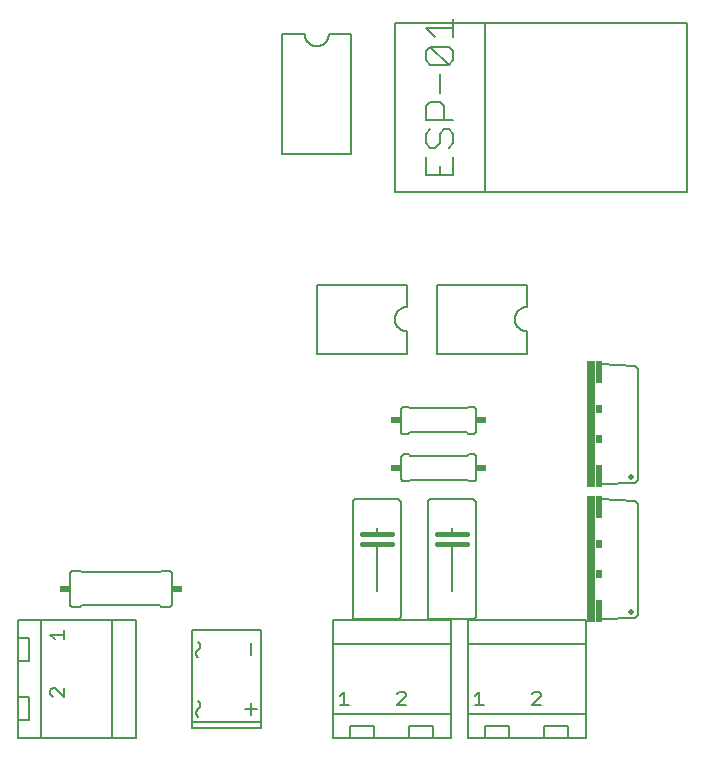
<source format=gto>
G75*
%MOIN*%
%OFA0B0*%
%FSLAX25Y25*%
%IPPOS*%
%LPD*%
%AMOC8*
5,1,8,0,0,1.08239X$1,22.5*
%
%ADD10C,0.00600*%
%ADD11C,0.01600*%
%ADD12R,0.03400X0.02400*%
%ADD13C,0.00500*%
%ADD14C,0.00800*%
%ADD15C,0.02000*%
%ADD16R,0.03000X0.42000*%
%ADD17R,0.02000X0.07500*%
%ADD18R,0.02000X0.03000*%
D10*
X0002115Y0005823D02*
X0002115Y0045193D01*
X0009989Y0045193D01*
X0033611Y0045193D01*
X0041485Y0045193D01*
X0041485Y0005823D01*
X0033611Y0005823D01*
X0009989Y0005823D01*
X0002115Y0005823D01*
X0020485Y0049586D02*
X0022985Y0049586D01*
X0023485Y0050086D01*
X0049485Y0050086D01*
X0049985Y0049586D01*
X0052485Y0049586D01*
X0052545Y0049588D01*
X0052606Y0049593D01*
X0052665Y0049602D01*
X0052724Y0049615D01*
X0052783Y0049631D01*
X0052840Y0049651D01*
X0052895Y0049674D01*
X0052950Y0049701D01*
X0053002Y0049730D01*
X0053053Y0049763D01*
X0053102Y0049799D01*
X0053148Y0049837D01*
X0053192Y0049879D01*
X0053234Y0049923D01*
X0053272Y0049969D01*
X0053308Y0050018D01*
X0053341Y0050069D01*
X0053370Y0050121D01*
X0053397Y0050176D01*
X0053420Y0050231D01*
X0053440Y0050288D01*
X0053456Y0050347D01*
X0053469Y0050406D01*
X0053478Y0050465D01*
X0053483Y0050526D01*
X0053485Y0050586D01*
X0053485Y0060586D01*
X0053483Y0060646D01*
X0053478Y0060707D01*
X0053469Y0060766D01*
X0053456Y0060825D01*
X0053440Y0060884D01*
X0053420Y0060941D01*
X0053397Y0060996D01*
X0053370Y0061051D01*
X0053341Y0061103D01*
X0053308Y0061154D01*
X0053272Y0061203D01*
X0053234Y0061249D01*
X0053192Y0061293D01*
X0053148Y0061335D01*
X0053102Y0061373D01*
X0053053Y0061409D01*
X0053002Y0061442D01*
X0052950Y0061471D01*
X0052895Y0061498D01*
X0052840Y0061521D01*
X0052783Y0061541D01*
X0052724Y0061557D01*
X0052665Y0061570D01*
X0052606Y0061579D01*
X0052545Y0061584D01*
X0052485Y0061586D01*
X0049985Y0061586D01*
X0049485Y0061086D01*
X0023485Y0061086D01*
X0022985Y0061586D01*
X0020485Y0061586D01*
X0020425Y0061584D01*
X0020364Y0061579D01*
X0020305Y0061570D01*
X0020246Y0061557D01*
X0020187Y0061541D01*
X0020130Y0061521D01*
X0020075Y0061498D01*
X0020020Y0061471D01*
X0019968Y0061442D01*
X0019917Y0061409D01*
X0019868Y0061373D01*
X0019822Y0061335D01*
X0019778Y0061293D01*
X0019736Y0061249D01*
X0019698Y0061203D01*
X0019662Y0061154D01*
X0019629Y0061103D01*
X0019600Y0061051D01*
X0019573Y0060996D01*
X0019550Y0060941D01*
X0019530Y0060884D01*
X0019514Y0060825D01*
X0019501Y0060766D01*
X0019492Y0060707D01*
X0019487Y0060646D01*
X0019485Y0060586D01*
X0019485Y0050586D01*
X0019487Y0050526D01*
X0019492Y0050465D01*
X0019501Y0050406D01*
X0019514Y0050347D01*
X0019530Y0050288D01*
X0019550Y0050231D01*
X0019573Y0050176D01*
X0019600Y0050121D01*
X0019629Y0050069D01*
X0019662Y0050018D01*
X0019698Y0049969D01*
X0019736Y0049923D01*
X0019778Y0049879D01*
X0019822Y0049837D01*
X0019868Y0049799D01*
X0019917Y0049763D01*
X0019968Y0049730D01*
X0020020Y0049701D01*
X0020075Y0049674D01*
X0020130Y0049651D01*
X0020187Y0049631D01*
X0020246Y0049615D01*
X0020305Y0049602D01*
X0020364Y0049593D01*
X0020425Y0049588D01*
X0020485Y0049586D01*
X0060300Y0041941D02*
X0060300Y0011090D01*
X0083300Y0011090D01*
X0083300Y0041941D01*
X0060300Y0041941D01*
X0062300Y0037893D02*
X0062362Y0037844D01*
X0062422Y0037792D01*
X0062479Y0037737D01*
X0062534Y0037679D01*
X0062585Y0037619D01*
X0062634Y0037556D01*
X0062679Y0037491D01*
X0062721Y0037424D01*
X0062760Y0037355D01*
X0062796Y0037284D01*
X0062828Y0037212D01*
X0062856Y0037137D01*
X0062881Y0037062D01*
X0062902Y0036986D01*
X0062919Y0036908D01*
X0062933Y0036830D01*
X0062942Y0036751D01*
X0062948Y0036672D01*
X0062950Y0036593D01*
X0062948Y0036514D01*
X0062942Y0036435D01*
X0062933Y0036356D01*
X0062919Y0036278D01*
X0062902Y0036200D01*
X0062881Y0036124D01*
X0062856Y0036049D01*
X0062828Y0035974D01*
X0062796Y0035902D01*
X0062760Y0035831D01*
X0062721Y0035762D01*
X0062679Y0035695D01*
X0062634Y0035630D01*
X0062585Y0035567D01*
X0062534Y0035507D01*
X0062479Y0035449D01*
X0062422Y0035394D01*
X0062362Y0035342D01*
X0062300Y0035293D01*
X0062235Y0035253D01*
X0062172Y0035209D01*
X0062112Y0035162D01*
X0062053Y0035113D01*
X0061998Y0035060D01*
X0061945Y0035005D01*
X0061895Y0034947D01*
X0061848Y0034887D01*
X0061804Y0034824D01*
X0061764Y0034759D01*
X0061726Y0034692D01*
X0061692Y0034623D01*
X0061662Y0034553D01*
X0061635Y0034481D01*
X0061612Y0034408D01*
X0061593Y0034334D01*
X0061578Y0034259D01*
X0061566Y0034184D01*
X0061558Y0034108D01*
X0061554Y0034031D01*
X0061554Y0033955D01*
X0061558Y0033878D01*
X0061566Y0033802D01*
X0061578Y0033727D01*
X0061593Y0033652D01*
X0061612Y0033578D01*
X0061635Y0033505D01*
X0061662Y0033433D01*
X0061692Y0033363D01*
X0061726Y0033294D01*
X0061764Y0033227D01*
X0061804Y0033162D01*
X0061848Y0033099D01*
X0061895Y0033039D01*
X0061945Y0032981D01*
X0061998Y0032926D01*
X0062053Y0032873D01*
X0062112Y0032824D01*
X0062172Y0032777D01*
X0062235Y0032733D01*
X0062300Y0032693D01*
X0062300Y0018208D02*
X0062362Y0018159D01*
X0062422Y0018107D01*
X0062479Y0018052D01*
X0062534Y0017994D01*
X0062585Y0017934D01*
X0062634Y0017871D01*
X0062679Y0017806D01*
X0062721Y0017739D01*
X0062760Y0017670D01*
X0062796Y0017599D01*
X0062828Y0017527D01*
X0062856Y0017452D01*
X0062881Y0017377D01*
X0062902Y0017301D01*
X0062919Y0017223D01*
X0062933Y0017145D01*
X0062942Y0017066D01*
X0062948Y0016987D01*
X0062950Y0016908D01*
X0062948Y0016829D01*
X0062942Y0016750D01*
X0062933Y0016671D01*
X0062919Y0016593D01*
X0062902Y0016515D01*
X0062881Y0016439D01*
X0062856Y0016364D01*
X0062828Y0016289D01*
X0062796Y0016217D01*
X0062760Y0016146D01*
X0062721Y0016077D01*
X0062679Y0016010D01*
X0062634Y0015945D01*
X0062585Y0015882D01*
X0062534Y0015822D01*
X0062479Y0015764D01*
X0062422Y0015709D01*
X0062362Y0015657D01*
X0062300Y0015608D01*
X0062235Y0015568D01*
X0062172Y0015524D01*
X0062112Y0015477D01*
X0062053Y0015428D01*
X0061998Y0015375D01*
X0061945Y0015320D01*
X0061895Y0015262D01*
X0061848Y0015202D01*
X0061804Y0015139D01*
X0061764Y0015074D01*
X0061726Y0015007D01*
X0061692Y0014938D01*
X0061662Y0014868D01*
X0061635Y0014796D01*
X0061612Y0014723D01*
X0061593Y0014649D01*
X0061578Y0014574D01*
X0061566Y0014499D01*
X0061558Y0014423D01*
X0061554Y0014346D01*
X0061554Y0014270D01*
X0061558Y0014193D01*
X0061566Y0014117D01*
X0061578Y0014042D01*
X0061593Y0013967D01*
X0061612Y0013893D01*
X0061635Y0013820D01*
X0061662Y0013748D01*
X0061692Y0013678D01*
X0061726Y0013609D01*
X0061764Y0013542D01*
X0061804Y0013477D01*
X0061848Y0013414D01*
X0061895Y0013354D01*
X0061945Y0013296D01*
X0061998Y0013241D01*
X0062053Y0013188D01*
X0062112Y0013139D01*
X0062172Y0013092D01*
X0062235Y0013048D01*
X0062300Y0013008D01*
X0060300Y0011090D02*
X0060300Y0009075D01*
X0083300Y0009075D01*
X0083300Y0011090D01*
X0079800Y0013508D02*
X0079800Y0017508D01*
X0077800Y0015508D02*
X0081800Y0015508D01*
X0079800Y0033508D02*
X0079800Y0037508D01*
X0107115Y0037319D02*
X0107115Y0013697D01*
X0107115Y0005823D01*
X0146485Y0005823D01*
X0146485Y0013697D01*
X0146485Y0037319D01*
X0146485Y0045193D01*
X0107115Y0045193D01*
X0107115Y0037319D01*
X0114800Y0045508D02*
X0128800Y0045508D01*
X0128860Y0045510D01*
X0128921Y0045515D01*
X0128980Y0045524D01*
X0129039Y0045537D01*
X0129098Y0045553D01*
X0129155Y0045573D01*
X0129210Y0045596D01*
X0129265Y0045623D01*
X0129317Y0045652D01*
X0129368Y0045685D01*
X0129417Y0045721D01*
X0129463Y0045759D01*
X0129507Y0045801D01*
X0129549Y0045845D01*
X0129587Y0045891D01*
X0129623Y0045940D01*
X0129656Y0045991D01*
X0129685Y0046043D01*
X0129712Y0046098D01*
X0129735Y0046153D01*
X0129755Y0046210D01*
X0129771Y0046269D01*
X0129784Y0046328D01*
X0129793Y0046387D01*
X0129798Y0046448D01*
X0129800Y0046508D01*
X0129800Y0084508D01*
X0129798Y0084568D01*
X0129793Y0084629D01*
X0129784Y0084688D01*
X0129771Y0084747D01*
X0129755Y0084806D01*
X0129735Y0084863D01*
X0129712Y0084918D01*
X0129685Y0084973D01*
X0129656Y0085025D01*
X0129623Y0085076D01*
X0129587Y0085125D01*
X0129549Y0085171D01*
X0129507Y0085215D01*
X0129463Y0085257D01*
X0129417Y0085295D01*
X0129368Y0085331D01*
X0129317Y0085364D01*
X0129265Y0085393D01*
X0129210Y0085420D01*
X0129155Y0085443D01*
X0129098Y0085463D01*
X0129039Y0085479D01*
X0128980Y0085492D01*
X0128921Y0085501D01*
X0128860Y0085506D01*
X0128800Y0085508D01*
X0114800Y0085508D01*
X0114740Y0085506D01*
X0114679Y0085501D01*
X0114620Y0085492D01*
X0114561Y0085479D01*
X0114502Y0085463D01*
X0114445Y0085443D01*
X0114390Y0085420D01*
X0114335Y0085393D01*
X0114283Y0085364D01*
X0114232Y0085331D01*
X0114183Y0085295D01*
X0114137Y0085257D01*
X0114093Y0085215D01*
X0114051Y0085171D01*
X0114013Y0085125D01*
X0113977Y0085076D01*
X0113944Y0085025D01*
X0113915Y0084973D01*
X0113888Y0084918D01*
X0113865Y0084863D01*
X0113845Y0084806D01*
X0113829Y0084747D01*
X0113816Y0084688D01*
X0113807Y0084629D01*
X0113802Y0084568D01*
X0113800Y0084508D01*
X0113800Y0046508D01*
X0113802Y0046448D01*
X0113807Y0046387D01*
X0113816Y0046328D01*
X0113829Y0046269D01*
X0113845Y0046210D01*
X0113865Y0046153D01*
X0113888Y0046098D01*
X0113915Y0046043D01*
X0113944Y0045991D01*
X0113977Y0045940D01*
X0114013Y0045891D01*
X0114051Y0045845D01*
X0114093Y0045801D01*
X0114137Y0045759D01*
X0114183Y0045721D01*
X0114232Y0045685D01*
X0114283Y0045652D01*
X0114335Y0045623D01*
X0114390Y0045596D01*
X0114445Y0045573D01*
X0114502Y0045553D01*
X0114561Y0045537D01*
X0114620Y0045524D01*
X0114679Y0045515D01*
X0114740Y0045510D01*
X0114800Y0045508D01*
X0121800Y0055008D02*
X0121800Y0070508D01*
X0121800Y0074008D02*
X0121800Y0076008D01*
X0130930Y0091480D02*
X0132430Y0091480D01*
X0132930Y0091980D01*
X0151930Y0091980D01*
X0152430Y0091480D01*
X0153930Y0091480D01*
X0153990Y0091482D01*
X0154051Y0091487D01*
X0154110Y0091496D01*
X0154169Y0091509D01*
X0154228Y0091525D01*
X0154285Y0091545D01*
X0154340Y0091568D01*
X0154395Y0091595D01*
X0154447Y0091624D01*
X0154498Y0091657D01*
X0154547Y0091693D01*
X0154593Y0091731D01*
X0154637Y0091773D01*
X0154679Y0091817D01*
X0154717Y0091863D01*
X0154753Y0091912D01*
X0154786Y0091963D01*
X0154815Y0092015D01*
X0154842Y0092070D01*
X0154865Y0092125D01*
X0154885Y0092182D01*
X0154901Y0092241D01*
X0154914Y0092300D01*
X0154923Y0092359D01*
X0154928Y0092420D01*
X0154930Y0092480D01*
X0154930Y0099480D01*
X0154928Y0099540D01*
X0154923Y0099601D01*
X0154914Y0099660D01*
X0154901Y0099719D01*
X0154885Y0099778D01*
X0154865Y0099835D01*
X0154842Y0099890D01*
X0154815Y0099945D01*
X0154786Y0099997D01*
X0154753Y0100048D01*
X0154717Y0100097D01*
X0154679Y0100143D01*
X0154637Y0100187D01*
X0154593Y0100229D01*
X0154547Y0100267D01*
X0154498Y0100303D01*
X0154447Y0100336D01*
X0154395Y0100365D01*
X0154340Y0100392D01*
X0154285Y0100415D01*
X0154228Y0100435D01*
X0154169Y0100451D01*
X0154110Y0100464D01*
X0154051Y0100473D01*
X0153990Y0100478D01*
X0153930Y0100480D01*
X0152430Y0100480D01*
X0151930Y0099980D01*
X0132930Y0099980D01*
X0132430Y0100480D01*
X0130930Y0100480D01*
X0130870Y0100478D01*
X0130809Y0100473D01*
X0130750Y0100464D01*
X0130691Y0100451D01*
X0130632Y0100435D01*
X0130575Y0100415D01*
X0130520Y0100392D01*
X0130465Y0100365D01*
X0130413Y0100336D01*
X0130362Y0100303D01*
X0130313Y0100267D01*
X0130267Y0100229D01*
X0130223Y0100187D01*
X0130181Y0100143D01*
X0130143Y0100097D01*
X0130107Y0100048D01*
X0130074Y0099997D01*
X0130045Y0099945D01*
X0130018Y0099890D01*
X0129995Y0099835D01*
X0129975Y0099778D01*
X0129959Y0099719D01*
X0129946Y0099660D01*
X0129937Y0099601D01*
X0129932Y0099540D01*
X0129930Y0099480D01*
X0129930Y0092480D01*
X0129932Y0092420D01*
X0129937Y0092359D01*
X0129946Y0092300D01*
X0129959Y0092241D01*
X0129975Y0092182D01*
X0129995Y0092125D01*
X0130018Y0092070D01*
X0130045Y0092015D01*
X0130074Y0091963D01*
X0130107Y0091912D01*
X0130143Y0091863D01*
X0130181Y0091817D01*
X0130223Y0091773D01*
X0130267Y0091731D01*
X0130313Y0091693D01*
X0130362Y0091657D01*
X0130413Y0091624D01*
X0130465Y0091595D01*
X0130520Y0091568D01*
X0130575Y0091545D01*
X0130632Y0091525D01*
X0130691Y0091509D01*
X0130750Y0091496D01*
X0130809Y0091487D01*
X0130870Y0091482D01*
X0130930Y0091480D01*
X0138800Y0084508D02*
X0138800Y0046508D01*
X0138802Y0046448D01*
X0138807Y0046387D01*
X0138816Y0046328D01*
X0138829Y0046269D01*
X0138845Y0046210D01*
X0138865Y0046153D01*
X0138888Y0046098D01*
X0138915Y0046043D01*
X0138944Y0045991D01*
X0138977Y0045940D01*
X0139013Y0045891D01*
X0139051Y0045845D01*
X0139093Y0045801D01*
X0139137Y0045759D01*
X0139183Y0045721D01*
X0139232Y0045685D01*
X0139283Y0045652D01*
X0139335Y0045623D01*
X0139390Y0045596D01*
X0139445Y0045573D01*
X0139502Y0045553D01*
X0139561Y0045537D01*
X0139620Y0045524D01*
X0139679Y0045515D01*
X0139740Y0045510D01*
X0139800Y0045508D01*
X0153800Y0045508D01*
X0153860Y0045510D01*
X0153921Y0045515D01*
X0153980Y0045524D01*
X0154039Y0045537D01*
X0154098Y0045553D01*
X0154155Y0045573D01*
X0154210Y0045596D01*
X0154265Y0045623D01*
X0154317Y0045652D01*
X0154368Y0045685D01*
X0154417Y0045721D01*
X0154463Y0045759D01*
X0154507Y0045801D01*
X0154549Y0045845D01*
X0154587Y0045891D01*
X0154623Y0045940D01*
X0154656Y0045991D01*
X0154685Y0046043D01*
X0154712Y0046098D01*
X0154735Y0046153D01*
X0154755Y0046210D01*
X0154771Y0046269D01*
X0154784Y0046328D01*
X0154793Y0046387D01*
X0154798Y0046448D01*
X0154800Y0046508D01*
X0154800Y0084508D01*
X0154798Y0084568D01*
X0154793Y0084629D01*
X0154784Y0084688D01*
X0154771Y0084747D01*
X0154755Y0084806D01*
X0154735Y0084863D01*
X0154712Y0084918D01*
X0154685Y0084973D01*
X0154656Y0085025D01*
X0154623Y0085076D01*
X0154587Y0085125D01*
X0154549Y0085171D01*
X0154507Y0085215D01*
X0154463Y0085257D01*
X0154417Y0085295D01*
X0154368Y0085331D01*
X0154317Y0085364D01*
X0154265Y0085393D01*
X0154210Y0085420D01*
X0154155Y0085443D01*
X0154098Y0085463D01*
X0154039Y0085479D01*
X0153980Y0085492D01*
X0153921Y0085501D01*
X0153860Y0085506D01*
X0153800Y0085508D01*
X0139800Y0085508D01*
X0139740Y0085506D01*
X0139679Y0085501D01*
X0139620Y0085492D01*
X0139561Y0085479D01*
X0139502Y0085463D01*
X0139445Y0085443D01*
X0139390Y0085420D01*
X0139335Y0085393D01*
X0139283Y0085364D01*
X0139232Y0085331D01*
X0139183Y0085295D01*
X0139137Y0085257D01*
X0139093Y0085215D01*
X0139051Y0085171D01*
X0139013Y0085125D01*
X0138977Y0085076D01*
X0138944Y0085025D01*
X0138915Y0084973D01*
X0138888Y0084918D01*
X0138865Y0084863D01*
X0138845Y0084806D01*
X0138829Y0084747D01*
X0138816Y0084688D01*
X0138807Y0084629D01*
X0138802Y0084568D01*
X0138800Y0084508D01*
X0146800Y0076008D02*
X0146800Y0074008D01*
X0146800Y0070508D02*
X0146800Y0055008D01*
X0152115Y0045193D02*
X0152115Y0037319D01*
X0152115Y0013697D01*
X0152115Y0005823D01*
X0191485Y0005823D01*
X0191485Y0013697D01*
X0191485Y0037319D01*
X0191485Y0045193D01*
X0152115Y0045193D01*
X0196300Y0045508D02*
X0207800Y0046008D01*
X0208800Y0047008D01*
X0208800Y0084008D01*
X0207800Y0085008D01*
X0196300Y0085508D01*
X0196300Y0090508D02*
X0207800Y0091008D01*
X0208800Y0092008D01*
X0208800Y0129008D01*
X0207800Y0130008D01*
X0196300Y0130508D01*
X0171800Y0134008D02*
X0171800Y0141508D01*
X0171674Y0141510D01*
X0171549Y0141516D01*
X0171424Y0141526D01*
X0171299Y0141540D01*
X0171174Y0141557D01*
X0171050Y0141579D01*
X0170927Y0141604D01*
X0170805Y0141634D01*
X0170684Y0141667D01*
X0170564Y0141704D01*
X0170445Y0141744D01*
X0170328Y0141789D01*
X0170211Y0141837D01*
X0170097Y0141889D01*
X0169984Y0141944D01*
X0169873Y0142003D01*
X0169764Y0142065D01*
X0169657Y0142131D01*
X0169552Y0142200D01*
X0169449Y0142272D01*
X0169348Y0142347D01*
X0169250Y0142426D01*
X0169155Y0142508D01*
X0169062Y0142592D01*
X0168972Y0142680D01*
X0168884Y0142770D01*
X0168800Y0142863D01*
X0168718Y0142958D01*
X0168639Y0143056D01*
X0168564Y0143157D01*
X0168492Y0143260D01*
X0168423Y0143365D01*
X0168357Y0143472D01*
X0168295Y0143581D01*
X0168236Y0143692D01*
X0168181Y0143805D01*
X0168129Y0143919D01*
X0168081Y0144036D01*
X0168036Y0144153D01*
X0167996Y0144272D01*
X0167959Y0144392D01*
X0167926Y0144513D01*
X0167896Y0144635D01*
X0167871Y0144758D01*
X0167849Y0144882D01*
X0167832Y0145007D01*
X0167818Y0145132D01*
X0167808Y0145257D01*
X0167802Y0145382D01*
X0167800Y0145508D01*
X0167802Y0145634D01*
X0167808Y0145759D01*
X0167818Y0145884D01*
X0167832Y0146009D01*
X0167849Y0146134D01*
X0167871Y0146258D01*
X0167896Y0146381D01*
X0167926Y0146503D01*
X0167959Y0146624D01*
X0167996Y0146744D01*
X0168036Y0146863D01*
X0168081Y0146980D01*
X0168129Y0147097D01*
X0168181Y0147211D01*
X0168236Y0147324D01*
X0168295Y0147435D01*
X0168357Y0147544D01*
X0168423Y0147651D01*
X0168492Y0147756D01*
X0168564Y0147859D01*
X0168639Y0147960D01*
X0168718Y0148058D01*
X0168800Y0148153D01*
X0168884Y0148246D01*
X0168972Y0148336D01*
X0169062Y0148424D01*
X0169155Y0148508D01*
X0169250Y0148590D01*
X0169348Y0148669D01*
X0169449Y0148744D01*
X0169552Y0148816D01*
X0169657Y0148885D01*
X0169764Y0148951D01*
X0169873Y0149013D01*
X0169984Y0149072D01*
X0170097Y0149127D01*
X0170211Y0149179D01*
X0170328Y0149227D01*
X0170445Y0149272D01*
X0170564Y0149312D01*
X0170684Y0149349D01*
X0170805Y0149382D01*
X0170927Y0149412D01*
X0171050Y0149437D01*
X0171174Y0149459D01*
X0171299Y0149476D01*
X0171424Y0149490D01*
X0171549Y0149500D01*
X0171674Y0149506D01*
X0171800Y0149508D01*
X0171800Y0157008D01*
X0141800Y0157008D01*
X0141800Y0134008D01*
X0171800Y0134008D01*
X0153851Y0116189D02*
X0152351Y0116189D01*
X0151851Y0115689D01*
X0132851Y0115689D01*
X0132351Y0116189D01*
X0130851Y0116189D01*
X0130791Y0116187D01*
X0130730Y0116182D01*
X0130671Y0116173D01*
X0130612Y0116160D01*
X0130553Y0116144D01*
X0130496Y0116124D01*
X0130441Y0116101D01*
X0130386Y0116074D01*
X0130334Y0116045D01*
X0130283Y0116012D01*
X0130234Y0115976D01*
X0130188Y0115938D01*
X0130144Y0115896D01*
X0130102Y0115852D01*
X0130064Y0115806D01*
X0130028Y0115757D01*
X0129995Y0115706D01*
X0129966Y0115654D01*
X0129939Y0115599D01*
X0129916Y0115544D01*
X0129896Y0115487D01*
X0129880Y0115428D01*
X0129867Y0115369D01*
X0129858Y0115310D01*
X0129853Y0115249D01*
X0129851Y0115189D01*
X0129851Y0108189D01*
X0129853Y0108129D01*
X0129858Y0108068D01*
X0129867Y0108009D01*
X0129880Y0107950D01*
X0129896Y0107891D01*
X0129916Y0107834D01*
X0129939Y0107779D01*
X0129966Y0107724D01*
X0129995Y0107672D01*
X0130028Y0107621D01*
X0130064Y0107572D01*
X0130102Y0107526D01*
X0130144Y0107482D01*
X0130188Y0107440D01*
X0130234Y0107402D01*
X0130283Y0107366D01*
X0130334Y0107333D01*
X0130386Y0107304D01*
X0130441Y0107277D01*
X0130496Y0107254D01*
X0130553Y0107234D01*
X0130612Y0107218D01*
X0130671Y0107205D01*
X0130730Y0107196D01*
X0130791Y0107191D01*
X0130851Y0107189D01*
X0132351Y0107189D01*
X0132851Y0107689D01*
X0151851Y0107689D01*
X0152351Y0107189D01*
X0153851Y0107189D01*
X0153911Y0107191D01*
X0153972Y0107196D01*
X0154031Y0107205D01*
X0154090Y0107218D01*
X0154149Y0107234D01*
X0154206Y0107254D01*
X0154261Y0107277D01*
X0154316Y0107304D01*
X0154368Y0107333D01*
X0154419Y0107366D01*
X0154468Y0107402D01*
X0154514Y0107440D01*
X0154558Y0107482D01*
X0154600Y0107526D01*
X0154638Y0107572D01*
X0154674Y0107621D01*
X0154707Y0107672D01*
X0154736Y0107724D01*
X0154763Y0107779D01*
X0154786Y0107834D01*
X0154806Y0107891D01*
X0154822Y0107950D01*
X0154835Y0108009D01*
X0154844Y0108068D01*
X0154849Y0108129D01*
X0154851Y0108189D01*
X0154851Y0115189D01*
X0154849Y0115249D01*
X0154844Y0115310D01*
X0154835Y0115369D01*
X0154822Y0115428D01*
X0154806Y0115487D01*
X0154786Y0115544D01*
X0154763Y0115599D01*
X0154736Y0115654D01*
X0154707Y0115706D01*
X0154674Y0115757D01*
X0154638Y0115806D01*
X0154600Y0115852D01*
X0154558Y0115896D01*
X0154514Y0115938D01*
X0154468Y0115976D01*
X0154419Y0116012D01*
X0154368Y0116045D01*
X0154316Y0116074D01*
X0154261Y0116101D01*
X0154206Y0116124D01*
X0154149Y0116144D01*
X0154090Y0116160D01*
X0154031Y0116173D01*
X0153972Y0116182D01*
X0153911Y0116187D01*
X0153851Y0116189D01*
X0131800Y0134008D02*
X0131800Y0141508D01*
X0131674Y0141510D01*
X0131549Y0141516D01*
X0131424Y0141526D01*
X0131299Y0141540D01*
X0131174Y0141557D01*
X0131050Y0141579D01*
X0130927Y0141604D01*
X0130805Y0141634D01*
X0130684Y0141667D01*
X0130564Y0141704D01*
X0130445Y0141744D01*
X0130328Y0141789D01*
X0130211Y0141837D01*
X0130097Y0141889D01*
X0129984Y0141944D01*
X0129873Y0142003D01*
X0129764Y0142065D01*
X0129657Y0142131D01*
X0129552Y0142200D01*
X0129449Y0142272D01*
X0129348Y0142347D01*
X0129250Y0142426D01*
X0129155Y0142508D01*
X0129062Y0142592D01*
X0128972Y0142680D01*
X0128884Y0142770D01*
X0128800Y0142863D01*
X0128718Y0142958D01*
X0128639Y0143056D01*
X0128564Y0143157D01*
X0128492Y0143260D01*
X0128423Y0143365D01*
X0128357Y0143472D01*
X0128295Y0143581D01*
X0128236Y0143692D01*
X0128181Y0143805D01*
X0128129Y0143919D01*
X0128081Y0144036D01*
X0128036Y0144153D01*
X0127996Y0144272D01*
X0127959Y0144392D01*
X0127926Y0144513D01*
X0127896Y0144635D01*
X0127871Y0144758D01*
X0127849Y0144882D01*
X0127832Y0145007D01*
X0127818Y0145132D01*
X0127808Y0145257D01*
X0127802Y0145382D01*
X0127800Y0145508D01*
X0127802Y0145634D01*
X0127808Y0145759D01*
X0127818Y0145884D01*
X0127832Y0146009D01*
X0127849Y0146134D01*
X0127871Y0146258D01*
X0127896Y0146381D01*
X0127926Y0146503D01*
X0127959Y0146624D01*
X0127996Y0146744D01*
X0128036Y0146863D01*
X0128081Y0146980D01*
X0128129Y0147097D01*
X0128181Y0147211D01*
X0128236Y0147324D01*
X0128295Y0147435D01*
X0128357Y0147544D01*
X0128423Y0147651D01*
X0128492Y0147756D01*
X0128564Y0147859D01*
X0128639Y0147960D01*
X0128718Y0148058D01*
X0128800Y0148153D01*
X0128884Y0148246D01*
X0128972Y0148336D01*
X0129062Y0148424D01*
X0129155Y0148508D01*
X0129250Y0148590D01*
X0129348Y0148669D01*
X0129449Y0148744D01*
X0129552Y0148816D01*
X0129657Y0148885D01*
X0129764Y0148951D01*
X0129873Y0149013D01*
X0129984Y0149072D01*
X0130097Y0149127D01*
X0130211Y0149179D01*
X0130328Y0149227D01*
X0130445Y0149272D01*
X0130564Y0149312D01*
X0130684Y0149349D01*
X0130805Y0149382D01*
X0130927Y0149412D01*
X0131050Y0149437D01*
X0131174Y0149459D01*
X0131299Y0149476D01*
X0131424Y0149490D01*
X0131549Y0149500D01*
X0131674Y0149506D01*
X0131800Y0149508D01*
X0131800Y0157008D01*
X0101800Y0157008D01*
X0101800Y0134008D01*
X0131800Y0134008D01*
X0113300Y0200508D02*
X0090300Y0200508D01*
X0090300Y0240508D01*
X0097800Y0240508D01*
X0097802Y0240382D01*
X0097808Y0240257D01*
X0097818Y0240132D01*
X0097832Y0240007D01*
X0097849Y0239882D01*
X0097871Y0239758D01*
X0097896Y0239635D01*
X0097926Y0239513D01*
X0097959Y0239392D01*
X0097996Y0239272D01*
X0098036Y0239153D01*
X0098081Y0239036D01*
X0098129Y0238919D01*
X0098181Y0238805D01*
X0098236Y0238692D01*
X0098295Y0238581D01*
X0098357Y0238472D01*
X0098423Y0238365D01*
X0098492Y0238260D01*
X0098564Y0238157D01*
X0098639Y0238056D01*
X0098718Y0237958D01*
X0098800Y0237863D01*
X0098884Y0237770D01*
X0098972Y0237680D01*
X0099062Y0237592D01*
X0099155Y0237508D01*
X0099250Y0237426D01*
X0099348Y0237347D01*
X0099449Y0237272D01*
X0099552Y0237200D01*
X0099657Y0237131D01*
X0099764Y0237065D01*
X0099873Y0237003D01*
X0099984Y0236944D01*
X0100097Y0236889D01*
X0100211Y0236837D01*
X0100328Y0236789D01*
X0100445Y0236744D01*
X0100564Y0236704D01*
X0100684Y0236667D01*
X0100805Y0236634D01*
X0100927Y0236604D01*
X0101050Y0236579D01*
X0101174Y0236557D01*
X0101299Y0236540D01*
X0101424Y0236526D01*
X0101549Y0236516D01*
X0101674Y0236510D01*
X0101800Y0236508D01*
X0101926Y0236510D01*
X0102051Y0236516D01*
X0102176Y0236526D01*
X0102301Y0236540D01*
X0102426Y0236557D01*
X0102550Y0236579D01*
X0102673Y0236604D01*
X0102795Y0236634D01*
X0102916Y0236667D01*
X0103036Y0236704D01*
X0103155Y0236744D01*
X0103272Y0236789D01*
X0103389Y0236837D01*
X0103503Y0236889D01*
X0103616Y0236944D01*
X0103727Y0237003D01*
X0103836Y0237065D01*
X0103943Y0237131D01*
X0104048Y0237200D01*
X0104151Y0237272D01*
X0104252Y0237347D01*
X0104350Y0237426D01*
X0104445Y0237508D01*
X0104538Y0237592D01*
X0104628Y0237680D01*
X0104716Y0237770D01*
X0104800Y0237863D01*
X0104882Y0237958D01*
X0104961Y0238056D01*
X0105036Y0238157D01*
X0105108Y0238260D01*
X0105177Y0238365D01*
X0105243Y0238472D01*
X0105305Y0238581D01*
X0105364Y0238692D01*
X0105419Y0238805D01*
X0105471Y0238919D01*
X0105519Y0239036D01*
X0105564Y0239153D01*
X0105604Y0239272D01*
X0105641Y0239392D01*
X0105674Y0239513D01*
X0105704Y0239635D01*
X0105729Y0239758D01*
X0105751Y0239882D01*
X0105768Y0240007D01*
X0105782Y0240132D01*
X0105792Y0240257D01*
X0105798Y0240382D01*
X0105800Y0240508D01*
X0113300Y0240508D01*
X0113300Y0200508D01*
D11*
X0116800Y0074008D02*
X0121800Y0074008D01*
X0126800Y0074008D01*
X0126800Y0070508D02*
X0121800Y0070508D01*
X0116800Y0070508D01*
X0141800Y0070508D02*
X0146800Y0070508D01*
X0151800Y0070508D01*
X0151800Y0074008D02*
X0146800Y0074008D01*
X0141800Y0074008D01*
D12*
X0128230Y0095980D03*
X0128151Y0111689D03*
X0156551Y0111689D03*
X0156630Y0095980D03*
X0055185Y0055586D03*
X0017785Y0055586D03*
D13*
X0009989Y0045193D02*
X0009989Y0005823D01*
X0006052Y0011728D02*
X0002115Y0011728D01*
X0006052Y0011728D02*
X0006052Y0019602D01*
X0002115Y0019602D01*
X0013015Y0020404D02*
X0013765Y0019654D01*
X0013015Y0020404D02*
X0013015Y0021906D01*
X0013765Y0022656D01*
X0014516Y0022656D01*
X0017519Y0019654D01*
X0017519Y0022656D01*
X0006052Y0031413D02*
X0002115Y0031413D01*
X0006052Y0031413D02*
X0006052Y0039287D01*
X0002115Y0039287D01*
X0013015Y0040186D02*
X0017519Y0040186D01*
X0017519Y0038685D02*
X0017519Y0041688D01*
X0014516Y0038685D02*
X0013015Y0040186D01*
X0033611Y0045193D02*
X0033611Y0005823D01*
X0107115Y0013697D02*
X0146485Y0013697D01*
X0140580Y0009760D02*
X0140580Y0005823D01*
X0140580Y0009760D02*
X0132706Y0009760D01*
X0132706Y0005823D01*
X0131553Y0016726D02*
X0128550Y0016726D01*
X0131553Y0019729D01*
X0131553Y0020479D01*
X0130802Y0021230D01*
X0129301Y0021230D01*
X0128550Y0020479D01*
X0120894Y0009760D02*
X0120894Y0005823D01*
X0120894Y0009760D02*
X0113020Y0009760D01*
X0113020Y0005823D01*
X0112521Y0016726D02*
X0109519Y0016726D01*
X0111020Y0016726D02*
X0111020Y0021230D01*
X0109519Y0019729D01*
X0107115Y0037319D02*
X0146485Y0037319D01*
X0152115Y0037319D02*
X0191485Y0037319D01*
X0175802Y0021230D02*
X0174301Y0021230D01*
X0173550Y0020479D01*
X0175802Y0021230D02*
X0176553Y0020479D01*
X0176553Y0019729D01*
X0173550Y0016726D01*
X0176553Y0016726D01*
X0177706Y0009760D02*
X0185580Y0009760D01*
X0185580Y0005823D01*
X0177706Y0005823D02*
X0177706Y0009760D01*
X0165894Y0009760D02*
X0165894Y0005823D01*
X0165894Y0009760D02*
X0158020Y0009760D01*
X0158020Y0005823D01*
X0152115Y0013697D02*
X0191485Y0013697D01*
X0157521Y0016726D02*
X0154519Y0016726D01*
X0156020Y0016726D02*
X0156020Y0021230D01*
X0154519Y0019729D01*
X0157745Y0187949D02*
X0127745Y0187949D01*
X0127745Y0244199D01*
X0157745Y0244199D01*
X0157745Y0187949D01*
X0225245Y0187949D01*
X0225245Y0244199D01*
X0157745Y0244199D01*
D14*
X0147345Y0245526D02*
X0147345Y0239388D01*
X0145810Y0236319D02*
X0147345Y0234784D01*
X0147345Y0231715D01*
X0145810Y0230180D01*
X0139672Y0236319D01*
X0145810Y0236319D01*
X0141206Y0239388D02*
X0138137Y0242457D01*
X0147345Y0242457D01*
X0139672Y0236319D02*
X0138137Y0234784D01*
X0138137Y0231715D01*
X0139672Y0230180D01*
X0145810Y0230180D01*
X0142741Y0227111D02*
X0142741Y0220972D01*
X0142741Y0217903D02*
X0144276Y0216368D01*
X0144276Y0211764D01*
X0144276Y0208695D02*
X0145810Y0208695D01*
X0147345Y0207160D01*
X0147345Y0204091D01*
X0145810Y0202556D01*
X0142741Y0204091D02*
X0142741Y0207160D01*
X0144276Y0208695D01*
X0147345Y0211764D02*
X0138137Y0211764D01*
X0138137Y0216368D01*
X0139672Y0217903D01*
X0142741Y0217903D01*
X0139672Y0208695D02*
X0138137Y0207160D01*
X0138137Y0204091D01*
X0139672Y0202556D01*
X0141206Y0202556D01*
X0142741Y0204091D01*
X0147345Y0199487D02*
X0147345Y0193349D01*
X0138137Y0193349D01*
X0138137Y0199487D01*
X0142741Y0196418D02*
X0142741Y0193349D01*
D15*
X0206400Y0092808D03*
X0206400Y0047808D03*
D16*
X0193300Y0065508D03*
X0193300Y0110508D03*
D17*
X0195800Y0127758D03*
X0195800Y0093258D03*
X0195800Y0082758D03*
X0195800Y0048258D03*
D18*
X0195800Y0060508D03*
X0195800Y0070508D03*
X0195800Y0105508D03*
X0195800Y0115508D03*
M02*

</source>
